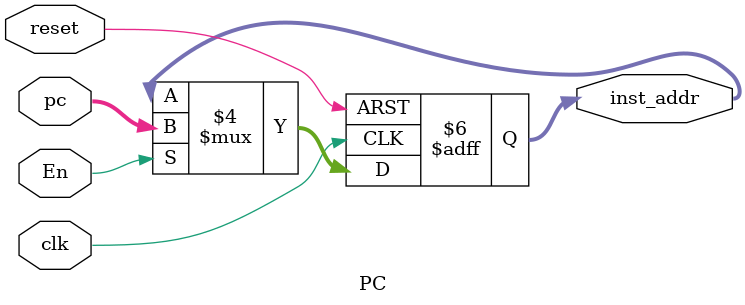
<source format=v>
module PC(	clk,
				reset,
				pc,
				inst_addr,
				En
				);
				
	input wire clk;
	input wire reset;
	input wire En;
	input wire [63:0] pc;
	
	output reg [63:0] inst_addr;
	
	always @(posedge clk or negedge reset)
		 begin
			  if (!reset)
					begin
						 inst_addr <= 64'd0;
					end
				else if (En)
							begin
								inst_addr <= pc;
							end
						else
							begin
								inst_addr <= inst_addr;
							end
		 end
endmodule
			  
</source>
